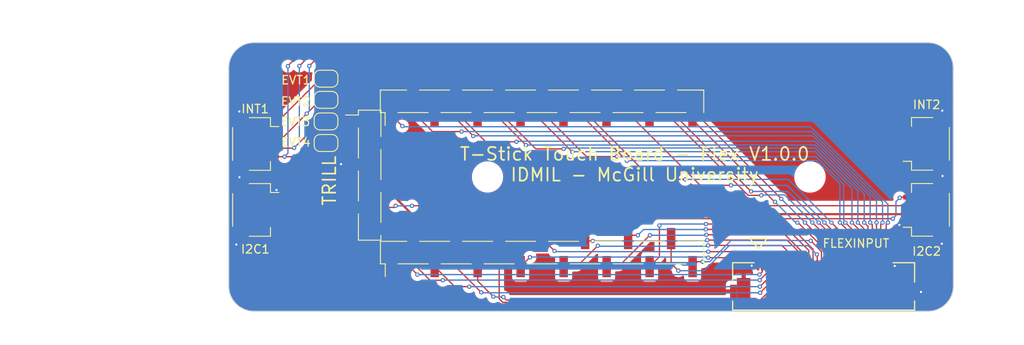
<source format=kicad_pcb>
(kicad_pcb (version 20221018) (generator pcbnew)
  (layers (0 "F.Cu" signal) (31 "B.Cu" signal) (34 "B.Paste" user) (35 "F.Paste" user) (36 "B.SilkS" user "B.Silkscreen") (37 "F.SilkS" user "F.Silkscreen") (38 "B.Mask" user) (39 "F.Mask" user) (44 "Edge.Cuts" user))
  (net 0 "")
  (net 1 "GND")
  (net 2 "/TOUCH0")
  (net 3 "/TOUCH1")
  (net 4 "/TOUCH2")
  (net 5 "/TOUCH3")
  (net 6 "/TOUCH4")
  (net 7 "/TOUCH5")
  (net 8 "/TOUCH6")
  (net 9 "/TOUCH7")
  (net 10 "/TOUCH8")
  (net 11 "/TOUCH9")
  (net 12 "/TOUCH10")
  (net 13 "/TOUCH11")
  (net 14 "/TOUCH12")
  (net 15 "/TOUCH13")
  (net 16 "/TOUCH14")
  (net 17 "/TOUCH15")
  (net 18 "/TOUCH16")
  (net 19 "/TOUCH17")
  (net 20 "/TOUCH18")
  (net 21 "/TOUCH19")
  (net 22 "/TOUCH20")
  (net 23 "/TOUCH21")
  (net 24 "/TOUCH22")
  (net 25 "/TOUCH23")
  (net 26 "/TOUCH24")
  (net 27 "/TOUCH25")
  (net 28 "/TOUCH26")
  (net 29 "/TOUCH27")
  (net 30 "/TOUCH28")
  (net 31 "/TOUCH29")
  (net 32 "/TRILL_EVT")
  (net 33 "/EVT1")
  (net 34 "/EVT2")
  (net 35 "/EVT3")
  (net 36 "/EVT4")
  (net 37 "+3V3")
  (net 38 "/SDA")
  (net 39 "/SCL")
  (footprint "Connector_JST:JST_SH_SM04B-SRSS-TB_1x04-1MP_P1.00mm_Horizontal" (layer "F.Cu") (at 135.7642 90.229 -90)
    (fp_text reference "INT1")
    (fp_text value "Conn_01x04")
  )
  (footprint "Jumper:SolderJumper-2_P1.3mm_Open_RoundedPad1.0x1.5mm" (layer "F.Cu") (at 144.1142 87.563 180)
    (fp_text reference "JP3" hide)
    (fp_text value "SolderJumper_2_Open" hide)
  )
  (footprint "Connector_JST:JST_SH_SM04B-SRSS-TB_1x04-1MP_P1.00mm_Horizontal" (layer "F.Cu") (at 215.0892 90.213 90)
    (fp_text reference "INT2")
    (fp_text value "Conn_01x04")
  )
  (footprint "Connector_PinHeader_2.54mm:PinHeader_1x06_P2.54mm_Vertical_SMD_Pin1Left" (layer "F.Cu") (at 149.27 93.9175)
    (fp_text reference "TOUCH3" hide)
    (fp_text value "Conn_01x06")
  )
  (footprint "molex-ffc-connectors:CON_541323262_MOL" (layer "F.Cu") (at 202.914184 107.06)
    (fp_text reference "J1" hide)
    (fp_text value "Conn_01x32")
  )
  (footprint "MountingHole:MountingHole_3.2mm_M3_DIN965" (layer "F.Cu") (at 201.3 94.125)
    (fp_text reference "H1" hide)
    (fp_text value "MountingHole" hide)
  )
  (footprint "Connector_PinHeader_2.54mm:PinHeader_1x15_P2.54mm_Vertical_SMD_Pin1Left" (layer "F.Cu") (at 169.655 103.0625 90)
    (fp_text reference "TOUCH1" hide)
    (fp_text value "Conn_01x15")
  )
  (footprint "Connector_PinHeader_2.54mm:PinHeader_1x15_P2.54mm_Vertical_SMD_Pin1Left" (layer "F.Cu") (at 169.64 85.1875 90)
    (fp_text reference "TOUCH2" hide)
    (fp_text value "Conn_01x15")
  )
  (footprint "Connector_JST:JST_SH_SM04B-SRSS-TB_1x04-1MP_P1.00mm_Horizontal" (layer "F.Cu") (at 215.0892 98.013 90)
    (fp_text reference "I2C2")
    (fp_text value "Conn_01x04")
  )
  (footprint "Jumper:SolderJumper-2_P1.3mm_Open_RoundedPad1.0x1.5mm" (layer "F.Cu") (at 144.1142 82.513 180)
    (fp_text reference "JP1" hide)
    (fp_text value "SolderJumper_2_Open" hide)
  )
  (footprint "Jumper:SolderJumper-2_P1.3mm_Open_RoundedPad1.0x1.5mm" (layer "F.Cu") (at 144.1142 90.113 180)
    (fp_text reference "JP4" hide)
    (fp_text value "SolderJumper_2_Open" hide)
  )
  (footprint "MountingHole:MountingHole_3.2mm_M3_DIN965" (layer "F.Cu") (at 163.2 94.125)
    (fp_text reference "H2" hide)
    (fp_text value "MountingHole")
  )
  (footprint "Connector_JST:JST_SH_SM04B-SRSS-TB_1x04-1MP_P1.00mm_Horizontal" (layer "F.Cu") (at 135.7642 98.021 -90)
    (fp_text reference "I2C1")
    (fp_text value "Conn_01x04")
  )
  (footprint "Jumper:SolderJumper-2_P1.3mm_Open_RoundedPad1.0x1.5mm" (layer "F.Cu") (at 144.1142 85.013 180)
    (fp_text reference "JP2" hide)
    (fp_text value "SolderJumper_2_Open" hide)
  )
  (gr_line (start 218.235001 81.249999) (end 218.25 107) (stroke (width 0.1)) (layer "Edge.Cuts"))
  (gr_line (start 215.25 110) (end 135.6142 110) (stroke (width 0.1)) (layer "Edge.Cuts"))
  (gr_line (start 132.6142 107) (end 132.6142 81.25) (stroke (width 0.1)) (layer "Edge.Cuts"))
  (gr_arc (start 135.6142 110) (mid 133.492879 109.121321) (end 132.6142 107) (stroke (width 0.1)) (layer "Edge.Cuts"))
  (gr_arc (start 215.235001 78.249999) (mid 217.356322 79.128678) (end 218.235001 81.249999) (stroke (width 0.1)) (layer "Edge.Cuts"))
  (gr_arc (start 218.25 107) (mid 217.37132 109.12132) (end 215.25 110) (stroke (width 0.1)) (layer "Edge.Cuts"))
  (gr_line (start 215.235001 78.249999) (end 135.6142 78.25) (stroke (width 0.1)) (layer "Edge.Cuts"))
  (gr_arc (start 132.6142 81.25) (mid 133.49288 79.12868) (end 135.6142 78.25) (stroke (width 0.1)) (layer "Edge.Cuts"))
  (gr_text "EVT1" (at 138.7392 83.263) (layer "F.SilkS") (effects (font (size 1 1)) (justify left bottom)))
  (gr_text "TRILL" (at 144.5142 94.563 90) (layer "F.SilkS") (effects (font (size 1.524 1.524) (thickness 0.2032))))
  (gr_text "EVT4" (at 138.7142 90.613) (layer "F.SilkS") (effects (font (size 1 1)) (justify left bottom)))
  (gr_text "EVT3" (at 138.6642 88.188) (layer "F.SilkS") (effects (font (size 1 1)) (justify left bottom)))
  (gr_text "EVT2" (at 138.6892 85.788) (layer "F.SilkS") (effects (font (size 1 1)) (justify left bottom)))
  (gr_text "FLEXINPUT" (at 206.7392 101.973) (layer "F.SilkS") (effects (font (size 1 1))))
  (gr_text "T-Stick Touch Board - Flex V1.0.0\nIDMIL - McGill University" (at 180.5892 92.638) (layer "F.SilkS") (effects (font (size 1.524 1.524) (thickness 0.2032))))
  (segment (start 193.464199 105.563001) (end 194.4142 104.613) (width 0.254) (layer "F.Cu") (net 1))
  (segment (start 194.465193 104.562007) (end 194.4142 104.613) (width 0.254) (layer "F.Cu") (net 1))
  (segment (start 137.7642 96.521) (end 137.7642 96.163) (width 0.254) (layer "F.Cu") (net 1))
  (segment (start 213.164184 107.2616) (end 213.564184 107.6616) (width 0.254) (layer "F.Cu") (net 1))
  (segment (start 213.0892 99.513) (end 212.1392 99.513) (width 0.254) (layer "F.Cu") (net 1))
  (segment (start 212.364169 107.2616) (end 213.164184 107.2616) (width 0.254) (layer "F.Cu") (net 1))
  (segment (start 145.9237 92.6475) (end 145.8892 92.613) (width 0.254) (layer "F.Cu") (net 1))
  (segment (start 216.9642 87.413) (end 216.9642 86.313) (width 0.254) (layer "F.Cu") (net 1))
  (segment (start 133.8892 86.413) (end 133.8642 86.388) (width 0.254) (layer "F.Cu") (net 1))
  (segment (start 133.8892 95.221) (end 133.8892 93.029) (width 0.254) (layer "F.Cu") (net 1))
  (segment (start 216.9642 101.938) (end 216.9642 100.275) (width 0.254) (layer "F.Cu") (net 1))
  (segment (start 216.9642 86.313) (end 216.9392 86.288) (width 0.254) (layer "F.Cu") (net 1))
  (segment (start 212.1392 99.513) (end 211.8642 99.788) (width 0.254) (layer "F.Cu") (net 1))
  (segment (start 216.9642 95.213) (end 216.9642 93.013) (width 0.254) (layer "F.Cu") (net 1))
  (segment (start 213.564184 107.6616) (end 214.3628 107.6616) (width 0.254) (layer "F.Cu") (net 1))
  (segment (start 133.8892 101.738) (end 133.5142 102.113) (width 0.254) (layer "F.Cu") (net 1))
  (segment (start 137.7642 96.163) (end 138.2642 95.663) (width 0.254) (layer "F.Cu") (net 1))
  (segment (start 133.8892 87.429) (end 133.8892 86.413) (width 0.254) (layer "F.Cu") (net 1))
  (segment (start 195.1642 104.562007) (end 194.465193 104.562007) (width 0.254) (layer "F.Cu") (net 1))
  (segment (start 193.464199 107.2616) (end 192.664184 107.2616) (width 0.254) (layer "F.Cu") (net 1))
  (segment (start 216.8892 102.013) (end 216.9642 101.938) (width 0.254) (layer "F.Cu") (net 1))
  (segment (start 211.238207 104.562007) (end 211.3142 104.638) (width 0.254) (layer "F.Cu") (net 1))
  (segment (start 193.464199 107.2616) (end 193.464199 105.563001) (width 0.254) (layer "F.Cu") (net 1))
  (segment (start 133.8892 100.821) (end 133.8892 101.738) (width 0.254) (layer "F.Cu") (net 1))
  (segment (start 210.664199 104.562007) (end 211.238207 104.562007) (width 0.254) (layer "F.Cu") (net 1))
  (segment (start 214.3628 107.6616) (end 214.4142 107.713) (width 0.254) (layer "F.Cu") (net 1))
  (segment (start 192.664184 107.2616) (end 192.264184 107.6616) (width 0.254) (layer "F.Cu") (net 1))
  (segment (start 147.615 92.6475) (end 145.9237 92.6475) (width 0.254) (layer "F.Cu") (net 1))
  (via (at 216.9392 86.288) (size 0.508) (drill 0.254) (layers "F.Cu" "B.Cu") (net 1))
  (via (at 133.5142 102.113) (size 0.508) (drill 0.254) (layers "F.Cu" "B.Cu") (net 1))
  (via (at 214.4142 107.713) (size 0.508) (drill 0.254) (layers "F.Cu" "B.Cu") (net 1))
  (via (at 145.8892 92.613) (size 0.508) (drill 0.254) (layers "F.Cu" "B.Cu") (net 1))
  (via (at 194.4142 104.613) (size 0.508) (drill 0.254) (layers "F.Cu" "B.Cu") (net 1))
  (via (at 133.8642 86.388) (size 0.508) (drill 0.254) (layers "F.Cu" "B.Cu") (net 1))
  (via (at 216.8892 102.013) (size 0.508) (drill 0.254) (layers "F.Cu" "B.Cu") (net 1))
  (via (at 216.9642 94.013) (size 0.508) (drill 0.254) (layers "F.Cu" "B.Cu") (net 1))
  (via (at 133.8892 94.163) (size 0.508) (drill 0.254) (layers "F.Cu" "B.Cu") (net 1))
  (via (at 211.8642 99.788) (size 0.508) (drill 0.254) (layers "F.Cu" "B.Cu") (net 1))
  (via (at 211.3142 104.638) (size 0.508) (drill 0.254) (layers "F.Cu" "B.Cu") (net 1))
  (via (at 138.2642 95.663) (size 0.508) (drill 0.254) (layers "F.Cu" "B.Cu") (net 1))
  (segment (start 195.664198 104.562007) (end 195.664198 105.338002) (width 0.1524) (layer "F.Cu") (net 2))
  (segment (start 195.664198 105.338002) (end 195.3392 105.663) (width 0.1524) (layer "F.Cu") (net 2))
  (segment (start 154.9142 105.663) (end 153.9687 104.7175) (width 0.1524) (layer "F.Cu") (net 2))
  (segment (start 153.9687 104.7175) (end 151.875 104.7175) (width 0.1524) (layer "F.Cu") (net 2))
  (via (at 154.9142 105.663) (size 0.508) (drill 0.254) (layers "F.Cu" "B.Cu") (net 2))
  (via (at 195.3392 105.663) (size 0.508) (drill 0.254) (layers "F.Cu" "B.Cu") (net 2))
  (segment (start 154.9142 105.663) (end 195.3392 105.663) (width 0.1524) (layer "B.Cu") (net 2))
  (segment (start 196.1642 104.562007) (end 196.1642 105.513) (width 0.1524) (layer "F.Cu") (net 3))
  (segment (start 157.9205 106.3317) (end 156.4038 106.3317) (width 0.1524) (layer "F.Cu") (net 3))
  (segment (start 156.4038 106.3317) (end 154.415 104.3429) (width 0.1524) (layer "F.Cu") (net 3))
  (segment (start 196.1642 105.513) (end 195.3642 106.313) (width 0.1524) (layer "F.Cu") (net 3))
  (segment (start 154.415 104.3429) (end 154.415 101.4075) (width 0.1524) (layer "F.Cu") (net 3))
  (via (at 195.3642 106.313) (size 0.508) (drill 0.254) (layers "F.Cu" "B.Cu") (net 3))
  (via (at 157.9205 106.3317) (size 0.508) (drill 0.254) (layers "F.Cu" "B.Cu") (net 3))
  (segment (start 157.9392 106.313) (end 195.3642 106.313) (width 0.1524) (layer "B.Cu") (net 3))
  (segment (start 157.9205 106.3317) (end 157.9392 106.313) (width 0.1524) (layer "B.Cu") (net 3))
  (segment (start 159.3255 107.088) (end 156.955 104.7175) (width 0.1524) (layer "F.Cu") (net 4))
  (segment (start 196.664199 104.562007) (end 196.664199 105.813001) (width 0.1524) (layer "F.Cu") (net 4))
  (segment (start 196.664199 105.813001) (end 195.3892 107.088) (width 0.1524) (layer "F.Cu") (net 4))
  (segment (start 161.0392 107.088) (end 159.3255 107.088) (width 0.1524) (layer "F.Cu") (net 4))
  (via (at 161.0392 107.088) (size 0.508) (drill 0.254) (layers "F.Cu" "B.Cu") (net 4))
  (via (at 195.3892 107.088) (size 0.508) (drill 0.254) (layers "F.Cu" "B.Cu") (net 4))
  (segment (start 161.0392 107.088) (end 195.3892 107.088) (width 0.1524) (layer "B.Cu") (net 4))
  (segment (start 197.164201 104.562007) (end 197.164201 106.062999) (width 0.1524) (layer "F.Cu") (net 5))
  (segment (start 197.164201 106.062999) (end 195.4142 107.813) (width 0.1524) (layer "F.Cu") (net 5))
  (segment (start 162.4596 107.7676) (end 159.495 104.803) (width 0.1524) (layer "F.Cu") (net 5))
  (segment (start 159.495 104.803) (end 159.495 101.4075) (width 0.1524) (layer "F.Cu") (net 5))
  (via (at 162.4596 107.7676) (size 0.508) (drill 0.254) (layers "F.Cu" "B.Cu") (net 5))
  (via (at 195.4142 107.813) (size 0.508) (drill 0.254) (layers "F.Cu" "B.Cu") (net 5))
  (segment (start 162.4596 107.7676) (end 162.505 107.813) (width 0.1524) (layer "B.Cu") (net 5))
  (segment (start 162.505 107.813) (end 195.4142 107.813) (width 0.1524) (layer "B.Cu") (net 5))
  (segment (start 165.0642 108.313) (end 165.418 108.6668) (width 0.1524) (layer "F.Cu") (net 6))
  (segment (start 195.4354 108.6668) (end 197.6642 106.438) (width 0.1524) (layer "F.Cu") (net 6))
  (segment (start 165.418 108.6668) (end 195.4354 108.6668) (width 0.1524) (layer "F.Cu") (net 6))
  (segment (start 163.8892 108.2717) (end 162.035 106.4175) (width 0.1524) (layer "F.Cu") (net 6))
  (segment (start 162.035 106.4175) (end 162.035 104.7175) (width 0.1524) (layer "F.Cu") (net 6))
  (segment (start 197.6642 106.438) (end 197.6642 104.562007) (width 0.1524) (layer "F.Cu") (net 6))
  (via (at 163.8892 108.2717) (size 0.508) (drill 0.254) (layers "F.Cu" "B.Cu") (net 6))
  (via (at 165.0642 108.313) (size 0.508) (drill 0.254) (layers "F.Cu" "B.Cu") (net 6))
  (segment (start 163.8892 108.2717) (end 163.9305 108.313) (width 0.1524) (layer "B.Cu") (net 6))
  (segment (start 163.9305 108.313) (end 165.0642 108.313) (width 0.1524) (layer "B.Cu") (net 6))
  (segment (start 164.9994 108.9482) (end 195.929 108.9482) (width 0.1524) (layer "F.Cu") (net 7))
  (segment (start 198.164199 106.713001) (end 198.164199 104.562007) (width 0.1524) (layer "F.Cu") (net 7))
  (segment (start 195.929 108.9482) (end 198.164199 106.713001) (width 0.1524) (layer "F.Cu") (net 7))
  (segment (start 164.575 108.5238) (end 164.9994 108.9482) (width 0.1524) (layer "F.Cu") (net 7))
  (segment (start 164.575 101.4075) (end 164.575 108.5238) (width 0.1524) (layer "F.Cu") (net 7))
  (segment (start 168.21685 103.61565) (end 167.115 104.7175) (width 0.1524) (layer "F.Cu") (net 8))
  (segment (start 189.2892 103.663) (end 198.425592 103.663) (width 0.1524) (layer "F.Cu") (net 8))
  (segment (start 198.6642 103.901608) (end 198.6642 104.562007) (width 0.1524) (layer "F.Cu") (net 8))
  (segment (start 198.425592 103.663) (end 198.6642 103.901608) (width 0.1524) (layer "F.Cu") (net 8))
  (via (at 168.21685 103.61565) (size 0.508) (drill 0.254) (layers "F.Cu" "B.Cu") (net 8))
  (via (at 189.2892 103.663) (size 0.508) (drill 0.254) (layers "F.Cu" "B.Cu") (net 8))
  (segment (start 168.2445 103.588) (end 189.2142 103.588) (width 0.1524) (layer "B.Cu") (net 8))
  (segment (start 168.2445 103.588) (end 168.21685 103.61565) (width 0.1524) (layer "B.Cu") (net 8))
  (segment (start 189.2892 103.663) (end 189.2142 103.588) (width 0.1524) (layer "B.Cu") (net 8))
  (segment (start 199.164199 103.901606) (end 199.164199 104.562007) (width 0.1524) (layer "F.Cu") (net 9))
  (segment (start 198.214642 102.952049) (end 199.164199 103.901606) (width 0.1524) (layer "F.Cu") (net 9))
  (segment (start 189.2892 102.952049) (end 198.214642 102.952049) (width 0.1524) (layer "F.Cu") (net 9))
  (segment (start 171.1152 102.8677) (end 169.655 101.4075) (width 0.1524) (layer "F.Cu") (net 9))
  (via (at 189.2892 102.952049) (size 0.508) (drill 0.254) (layers "F.Cu" "B.Cu") (net 9))
  (via (at 171.1152 102.8677) (size 0.508) (drill 0.254) (layers "F.Cu" "B.Cu") (net 9))
  (segment (start 189.2892 102.952049) (end 171.199549 102.952049) (width 0.1524) (layer "B.Cu") (net 9))
  (segment (start 171.199549 102.952049) (end 171.1152 102.8677) (width 0.1524) (layer "B.Cu") (net 9))
  (segment (start 199.664201 103.901609) (end 199.664201 104.562007) (width 0.1524) (layer "F.Cu") (net 10))
  (segment (start 197.975592 102.213) (end 199.664201 103.901609) (width 0.1524) (layer "F.Cu") (net 10))
  (segment (start 189.2642 102.213) (end 197.975592 102.213) (width 0.1524) (layer "F.Cu") (net 10))
  (segment (start 173.7597 104.7175) (end 172.195 104.7175) (width 0.1524) (layer "F.Cu") (net 10))
  (segment (start 176.2267 102.2505) (end 173.7597 104.7175) (width 0.1524) (layer "F.Cu") (net 10))
  (via (at 189.2642 102.213) (size 0.508) (drill 0.254) (layers "F.Cu" "B.Cu") (net 10))
  (via (at 176.2267 102.2505) (size 0.508) (drill 0.254) (layers "F.Cu" "B.Cu") (net 10))
  (segment (start 189.2642 102.213) (end 189.1642 102.313) (width 0.1524) (layer "B.Cu") (net 10))
  (segment (start 189.1642 102.313) (end 176.2892 102.313) (width 0.1524) (layer "B.Cu") (net 10))
  (segment (start 176.2892 102.313) (end 176.2267 102.2505) (width 0.1524) (layer "B.Cu") (net 10))
  (segment (start 175.6392 101.688) (end 175.0155 101.688) (width 0.1524) (layer "F.Cu") (net 11))
  (segment (start 189.163639 101.584491) (end 198.585691 101.584491) (width 0.1524) (layer "F.Cu") (net 11))
  (segment (start 175.0155 101.688) (end 174.735 101.4075) (width 0.1524) (layer "F.Cu") (net 11))
  (segment (start 198.585691 101.584491) (end 200.1642 103.163) (width 0.1524) (layer "F.Cu") (net 11))
  (segment (start 200.1642 103.163) (end 200.1642 104.562007) (width 0.1524) (layer "F.Cu") (net 11))
  (via (at 175.6392 101.688) (size 0.508) (drill 0.254) (layers "F.Cu" "B.Cu") (net 11))
  (via (at 189.163639 101.584491) (size 0.508) (drill 0.254) (layers "F.Cu" "B.Cu") (net 11))
  (segment (start 189.163639 101.584491) (end 189.06013 101.688) (width 0.1524) (layer "B.Cu") (net 11))
  (segment (start 189.06013 101.688) (end 175.6392 101.688) (width 0.1524) (layer "B.Cu") (net 11))
  (segment (start 177.275 104.7175) (end 178.0847 104.7175) (width 0.1524) (layer "F.Cu") (net 12))
  (segment (start 189.054527 100.957411) (end 198.356571 100.957411) (width 0.1524) (layer "F.Cu") (net 12))
  (segment (start 178.0847 104.7175) (end 178.1142 104.688) (width 0.1524) (layer "F.Cu") (net 12))
  (segment (start 200.664199 103.265039) (end 200.664199 104.562007) (width 0.1524) (layer "F.Cu") (net 12))
  (segment (start 198.356571 100.957411) (end 200.664199 103.265039) (width 0.1524) (layer "F.Cu") (net 12))
  (segment (start 182.3892 101.013) (end 182.3749 101.013) (width 0.1524) (layer "F.Cu") (net 12))
  (segment (start 182.3749 101.013) (end 178.6999 104.688) (width 0.1524) (layer "F.Cu") (net 12))
  (segment (start 178.6999 104.688) (end 178.1142 104.688) (width 0.1524) (layer "F.Cu") (net 12))
  (via (at 182.3892 101.013) (size 0.508) (drill 0.254) (layers "F.Cu" "B.Cu") (net 12))
  (via (at 189.054527 100.957411) (size 0.508) (drill 0.254) (layers "F.Cu" "B.Cu") (net 12))
  (segment (start 182.3892 101.013) (end 188.998938 101.013) (width 0.1524) (layer "B.Cu") (net 12))
  (segment (start 188.998938 101.013) (end 189.054527 100.957411) (width 0.1524) (layer "B.Cu") (net 12))
  (segment (start 180.2095 101.013) (end 179.815 101.4075) (width 0.1524) (layer "F.Cu") (net 13))
  (segment (start 198.675619 100.324419) (end 201.1642 102.813) (width 0.1524) (layer "F.Cu") (net 13))
  (segment (start 188.987767 100.324419) (end 198.675619 100.324419) (width 0.1524) (layer "F.Cu") (net 13))
  (segment (start 201.1642 102.813) (end 201.1642 104.562007) (width 0.1524) (layer "F.Cu") (net 13))
  (segment (start 180.9642 101.013) (end 180.2095 101.013) (width 0.1524) (layer "F.Cu") (net 13))
  (via (at 188.987767 100.324419) (size 0.508) (drill 0.254) (layers "F.Cu" "B.Cu") (net 13))
  (via (at 180.9642 101.013) (size 0.508) (drill 0.254) (layers "F.Cu" "B.Cu") (net 13))
  (segment (start 181.6392 100.338) (end 180.9642 101.013) (width 0.1524) (layer "B.Cu") (net 13))
  (segment (start 188.987767 100.324419) (end 188.974186 100.338) (width 0.1524) (layer "B.Cu") (net 13))
  (segment (start 188.974186 100.338) (end 181.6392 100.338) (width 0.1524) (layer "B.Cu") (net 13))
  (segment (start 183.5142 99.863) (end 183.5142 103.5583) (width 0.1524) (layer "F.Cu") (net 14))
  (segment (start 201.664199 102.663592) (end 201.664199 104.562007) (width 0.1524) (layer "F.Cu") (net 14))
  (segment (start 198.689169 99.688562) (end 201.664199 102.663592) (width 0.1524) (layer "F.Cu") (net 14))
  (segment (start 189.016428 99.688562) (end 198.689169 99.688562) (width 0.1524) (layer "F.Cu") (net 14))
  (segment (start 183.5142 103.5583) (end 182.355 104.7175) (width 0.1524) (layer "F.Cu") (net 14))
  (via (at 183.5142 99.863) (size 0.508) (drill 0.254) (layers "F.Cu" "B.Cu") (net 14))
  (via (at 189.016428 99.688562) (size 0.508) (drill 0.254) (layers "F.Cu" "B.Cu") (net 14))
  (segment (start 189.015866 99.688) (end 183.6892 99.688) (width 0.1524) (layer "B.Cu") (net 14))
  (segment (start 183.6892 99.688) (end 183.5142 99.863) (width 0.1524) (layer "B.Cu") (net 14))
  (segment (start 189.016428 99.688562) (end 189.015866 99.688) (width 0.1524) (layer "B.Cu") (net 14))
  (segment (start 184.895 104.3438) (end 184.895 101.4075) (width 0.1524) (layer "F.Cu") (net 15))
  (segment (start 202.164201 103.325705) (end 202.164201 104.562007) (width 0.1524) (layer "F.Cu") (net 15))
  (segment (start 202.122899 103.284403) (end 202.164201 103.325705) (width 0.1524) (layer "F.Cu") (net 15))
  (segment (start 185.755 105.2038) (end 184.895 104.3438) (width 0.1524) (layer "F.Cu") (net 15))
  (via (at 185.755 105.2038) (size 0.508) (drill 0.254) (layers "F.Cu" "B.Cu") (net 15))
  (via (at 202.122899 103.284403) (size 0.508) (drill 0.254) (layers "F.Cu" "B.Cu") (net 15))
  (segment (start 188.795767 105.2038) (end 191.755167 102.2444) (width 0.1524) (layer "B.Cu") (net 15))
  (segment (start 201.082896 102.2444) (end 202.122899 103.284403) (width 0.1524) (layer "B.Cu") (net 15))
  (segment (start 191.755167 102.2444) (end 201.082896 102.2444) (width 0.1524) (layer "B.Cu") (net 15))
  (segment (start 185.755 105.2038) (end 188.795767 105.2038) (width 0.1524) (layer "B.Cu") (net 15))
  (segment (start 188.6142 104.138) (end 188.0145 104.138) (width 0.1524) (layer "F.Cu") (net 16))
  (segment (start 202.6642 102.937294) (end 202.6642 104.562007) (width 0.1524) (layer "F.Cu") (net 16))
  (segment (start 188.0145 104.138) (end 187.435 104.7175) (width 0.1524) (layer "F.Cu") (net 16))
  (segment (start 201.402053 101.675147) (end 202.6642 102.937294) (width 0.1524) (layer "F.Cu") (net 16))
  (via (at 201.402053 101.675147) (size 0.508) (drill 0.254) (layers "F.Cu" "B.Cu") (net 16))
  (via (at 188.6142 104.138) (size 0.508) (drill 0.254) (layers "F.Cu" "B.Cu") (net 16))
  (segment (start 189.463607 104.138) (end 188.6142 104.138) (width 0.1524) (layer "B.Cu") (net 16))
  (segment (start 201.364906 101.638) (end 191.963607 101.638) (width 0.1524) (layer "B.Cu") (net 16))
  (segment (start 201.402053 101.675147) (end 201.364906 101.638) (width 0.1524) (layer "B.Cu") (net 16))
  (segment (start 191.963607 101.638) (end 189.463607 104.138) (width 0.1524) (layer "B.Cu") (net 16))
  (segment (start 199.892207 99.5166) (end 203.164199 102.788592) (width 0.1524) (layer "F.Cu") (net 17))
  (segment (start 203.164199 102.788592) (end 203.164199 104.562007) (width 0.1524) (layer "F.Cu") (net 17))
  (segment (start 199.8142 99.5166) (end 199.892207 99.5166) (width 0.1524) (layer "F.Cu") (net 17))
  (segment (start 197.1175 97.0663) (end 187.42 87.3688) (width 0.1524) (layer "F.Cu") (net 17))
  (segment (start 187.42 87.3688) (end 187.42 86.8425) (width 0.1524) (layer "F.Cu") (net 17))
  (segment (start 197.1642 97.0663) (end 197.1175 97.0663) (width 0.1524) (layer "F.Cu") (net 17))
  (via (at 199.8142 99.5166) (size 0.508) (drill 0.254) (layers "F.Cu" "B.Cu") (net 17))
  (via (at 197.1642 97.0663) (size 0.508) (drill 0.254) (layers "F.Cu" "B.Cu") (net 17))
  (segment (start 199.6145 99.5166) (end 197.1642 97.0663) (width 0.1524) (layer "B.Cu") (net 17))
  (segment (start 199.8142 99.5166) (end 199.6145 99.5166) (width 0.1524) (layer "B.Cu") (net 17))
  (segment (start 188.3892 85.6463) (end 186.2754 83.5325) (width 0.1524) (layer "F.Cu") (net 18))
  (segment (start 188.3892 87.188) (end 188.3892 85.6463) (width 0.1524) (layer "F.Cu") (net 18))
  (segment (start 197.9142 96.713) (end 188.3892 87.188) (width 0.1524) (layer "F.Cu") (net 18))
  (segment (start 203.6642 104.562007) (end 203.6642 102.4666) (width 0.1524) (layer "F.Cu") (net 18))
  (segment (start 203.6642 102.4666) (end 200.7142 99.5166) (width 0.1524) (layer "F.Cu") (net 18))
  (segment (start 186.2754 83.5325) (end 184.88 83.5325) (width 0.1524) (layer "F.Cu") (net 18))
  (via (at 200.7142 99.5166) (size 0.508) (drill 0.254) (layers "F.Cu" "B.Cu") (net 18))
  (via (at 197.9142 96.713) (size 0.508) (drill 0.254) (layers "F.Cu" "B.Cu") (net 18))
  (segment (start 200.7142 99.513) (end 197.9142 96.713) (width 0.1524) (layer "B.Cu") (net 18))
  (segment (start 200.7142 99.5166) (end 200.7142 99.513) (width 0.1524) (layer "B.Cu") (net 18))
  (segment (start 204.164199 104.562007) (end 204.164199 102.091599) (width 0.1524) (layer "F.Cu") (net 19))
  (segment (start 193.9979 96.2967) (end 184.5437 86.8425) (width 0.1524) (layer "F.Cu") (net 19))
  (segment (start 184.5437 86.8425) (end 182.34 86.8425) (width 0.1524) (layer "F.Cu") (net 19))
  (segment (start 204.164199 102.091599) (end 201.5892 99.5166) (width 0.1524) (layer "F.Cu") (net 19))
  (segment (start 195.55235 96.2967) (end 193.9979 96.2967) (width 0.1524) (layer "F.Cu") (net 19))
  (via (at 195.55235 96.2967) (size 0.508) (drill 0.254) (layers "F.Cu" "B.Cu") (net 19))
  (via (at 201.5892 99.5166) (size 0.508) (drill 0.254) (layers "F.Cu" "B.Cu") (net 19))
  (segment (start 195.59525 96.2538) (end 198.3264 96.2538) (width 0.1524) (layer "B.Cu") (net 19))
  (segment (start 198.3264 96.2538) (end 201.5892 99.5166) (width 0.1524) (layer "B.Cu") (net 19))
  (segment (start 195.55235 96.2967) (end 195.59525 96.2538) (width 0.1524) (layer "B.Cu") (net 19))
  (segment (start 194.3392 95.838) (end 182.0337 83.5325) (width 0.1524) (layer "F.Cu") (net 20))
  (segment (start 182.0337 83.5325) (end 179.8 83.5325) (width 0.1524) (layer "F.Cu") (net 20))
  (segment (start 204.664201 104.562007) (end 204.664201 101.841601) (width 0.1524) (layer "F.Cu") (net 20))
  (segment (start 204.664201 101.841601) (end 202.3392 99.5166) (width 0.1524) (layer "F.Cu") (net 20))
  (via (at 194.3392 95.838) (size 0.508) (drill 0.254) (layers "F.Cu" "B.Cu") (net 20))
  (via (at 202.3392 99.5166) (size 0.508) (drill 0.254) (layers "F.Cu" "B.Cu") (net 20))
  (segment (start 202.3392 99.5166) (end 198.6606 95.838) (width 0.1524) (layer "B.Cu") (net 20))
  (segment (start 198.6606 95.838) (end 194.3392 95.838) (width 0.1524) (layer "B.Cu") (net 20))
  (segment (start 180.0687 86.8425) (end 177.26 86.8425) (width 0.1524) (layer "F.Cu") (net 21))
  (segment (start 205.1642 104.562007) (end 205.1642 101.6666) (width 0.1524) (layer "F.Cu") (net 21))
  (segment (start 191.9642 95.113) (end 188.3392 95.113) (width 0.1524) (layer "F.Cu") (net 21))
  (segment (start 205.1642 101.6666) (end 203.0142 99.5166) (width 0.1524) (layer "F.Cu") (net 21))
  (segment (start 188.3392 95.113) (end 180.0687 86.8425) (width 0.1524) (layer "F.Cu") (net 21))
  (via (at 203.0142 99.5166) (size 0.508) (drill 0.254) (layers "F.Cu" "B.Cu") (net 21))
  (via (at 191.9642 95.113) (size 0.508) (drill 0.254) (layers "F.Cu" "B.Cu") (net 21))
  (segment (start 198.6106 95.113) (end 203.0142 99.5166) (width 0.1524) (layer "B.Cu") (net 21))
  (segment (start 191.9642 95.113) (end 198.6106 95.113) (width 0.1524) (layer "B.Cu") (net 21))
  (segment (start 186.5642 94.413) (end 182.6651 94.413) (width 0.1524) (layer "F.Cu") (net 22))
  (segment (start 174.72 86.4679) (end 174.72 83.5325) (width 0.1524) (layer "F.Cu") (net 22))
  (segment (start 205.664199 101.341599) (end 203.8392 99.5166) (width 0.1524) (layer "F.Cu") (net 22))
  (segment (start 182.6651 94.413) (end 174.72 86.4679) (width 0.1524) (layer "F.Cu") (net 22))
  (segment (start 205.664199 104.562007) (end 205.664199 101.341599) (width 0.1524) (layer "F.Cu") (net 22))
  (via (at 203.8392 99.5166) (size 0.508) (drill 0.254) (layers "F.Cu" "B.Cu") (net 22))
  (via (at 186.5642 94.413) (size 0.508) (drill 0.254) (layers "F.Cu" "B.Cu") (net 22))
  (segment (start 198.7356 94.413) (end 186.5642 94.413) (width 0.1524) (layer "B.Cu") (net 22))
  (segment (start 203.8392 99.5166) (end 198.7356 94.413) (width 0.1524) (layer "B.Cu") (net 22))
  (segment (start 179.6642 92.213) (end 174.2937 86.8425) (width 0.1524) (layer "F.Cu") (net 23))
  (segment (start 174.2937 86.8425) (end 172.18 86.8425) (width 0.1524) (layer "F.Cu") (net 23))
  (segment (start 206.1642 100.8416) (end 204.8392 99.5166) (width 0.1524) (layer "F.Cu") (net 23))
  (segment (start 206.1642 104.562007) (end 206.1642 100.8416) (width 0.1524) (layer "F.Cu") (net 23))
  (via (at 204.8392 99.5166) (size 0.508) (drill 0.254) (layers "F.Cu" "B.Cu") (net 23))
  (via (at 179.6642 92.213) (size 0.508) (drill 0.254) (layers "F.Cu" "B.Cu") (net 23))
  (segment (start 179.6824 92.1948) (end 179.6642 92.213) (width 0.1524) (layer "B.Cu") (net 23))
  (segment (start 202.099515 92.1948) (end 179.6824 92.1948) (width 0.1524) (layer "B.Cu") (net 23))
  (segment (start 204.8392 99.5166) (end 204.8392 94.934485) (width 0.1524) (layer "B.Cu") (net 23))
  (segment (start 204.8392 94.934485) (end 202.099515 92.1948) (width 0.1524) (layer "B.Cu") (net 23))
  (segment (start 205.4892 99.5166) (end 206.664199 100.691599) (width 0.1524) (layer "F.Cu") (net 24))
  (segment (start 169.64 86.4679) (end 169.64 83.5325) (width 0.1524) (layer "F.Cu") (net 24))
  (segment (start 174.8851 91.713) (end 169.64 86.4679) (width 0.1524) (layer "F.Cu") (net 24))
  (segment (start 178.48985 91.68735) (end 178.4642 91.713) (width 0.1524) (layer "F.Cu") (net 24))
  (segment (start 178.4642 91.713) (end 174.8851 91.713) (width 0.1524) (layer "F.Cu") (net 24))
  (segment (start 206.664199 100.691599) (end 206.664199 104.562007) (width 0.1524) (layer "F.Cu") (net 24))
  (via (at 178.48985 91.68735) (size 0.508) (drill 0.254) (layers "F.Cu" "B.Cu") (net 24))
  (via (at 205.4892 99.5166) (size 0.508) (drill 0.254) (layers "F.Cu" "B.Cu") (net 24))
  (segment (start 202.040675 91.738) (end 205.2984 94.995725) (width 0.1524) (layer "B.Cu") (net 24))
  (segment (start 205.2984 94.995725) (end 205.2984 99.7074) (width 0.1524) (layer "B.Cu") (net 24))
  (segment (start 205.2984 99.7074) (end 205.4892 99.5166) (width 0.1524) (layer "B.Cu") (net 24))
  (segment (start 178.48985 91.68735) (end 178.5405 91.738) (width 0.1524) (layer "B.Cu") (net 24))
  (segment (start 178.5405 91.738) (end 202.040675 91.738) (width 0.1524) (layer "B.Cu") (net 24))
  (segment (start 167.1 86.8425) (end 168.8937 86.8425) (width 0.1524) (layer "F.Cu") (net 25))
  (segment (start 207.164201 100.416601) (end 206.2642 99.5166) (width 0.1524) (layer "F.Cu") (net 25))
  (segment (start 207.164201 104.562007) (end 207.164201 100.416601) (width 0.1524) (layer "F.Cu") (net 25))
  (segment (start 168.8937 86.8425) (end 173.2142 91.163) (width 0.1524) (layer "F.Cu") (net 25))
  (via (at 206.2642 99.5166) (size 0.508) (drill 0.254) (layers "F.Cu" "B.Cu") (net 25))
  (via (at 173.2142 91.163) (size 0.508) (drill 0.254) (layers "F.Cu" "B.Cu") (net 25))
  (segment (start 173.2392 91.138) (end 201.9142 91.138) (width 0.1524) (layer "B.Cu") (net 25))
  (segment (start 173.2142 91.163) (end 173.2392 91.138) (width 0.1524) (layer "B.Cu") (net 25))
  (segment (start 206.2642 95.488) (end 206.2642 99.5166) (width 0.1524) (layer "B.Cu") (net 25))
  (segment (start 201.9142 91.138) (end 206.2642 95.488) (width 0.1524) (layer "B.Cu") (net 25))
  (segment (start 164.56 83.5325) (end 164.56 86.4679) (width 0.1524) (layer "F.Cu") (net 26))
  (segment (start 164.56 86.4679) (end 168.9051 90.813) (width 0.1524) (layer "F.Cu") (net 26))
  (segment (start 168.9051 90.813) (end 172.1892 90.813) (width 0.1524) (layer "F.Cu") (net 26))
  (segment (start 207.6642 100.2166) (end 207.6642 104.562007) (width 0.1524) (layer "F.Cu") (net 26))
  (segment (start 206.9642 99.5166) (end 207.6642 100.2166) (width 0.1524) (layer "F.Cu") (net 26))
  (via (at 172.1892 90.813) (size 0.508) (drill 0.254) (layers "F.Cu" "B.Cu") (net 26))
  (via (at 206.9642 99.5166) (size 0.508) (drill 0.254) (layers "F.Cu" "B.Cu") (net 26))
  (segment (start 206.9642 95.79004) (end 206.9642 99.5166) (width 0.1524) (layer "B.Cu") (net 26))
  (segment (start 201.87796 90.7038) (end 206.9642 95.79004) (width 0.1524) (layer "B.Cu") (net 26))
  (segment (start 172.1892 90.813) (end 172.2984 90.7038) (width 0.1524) (layer "B.Cu") (net 26))
  (segment (start 172.2984 90.7038) (end 201.87796 90.7038) (width 0.1524) (layer "B.Cu") (net 26))
  (segment (start 208.164199 104.562007) (end 208.164199 99.966599) (width 0.1524) (layer "F.Cu") (net 27))
  (segment (start 167.7392 90.363) (end 164.2187 86.8425) (width 0.1524) (layer "F.Cu") (net 27))
  (segment (start 208.164199 99.966599) (end 207.7142 99.5166) (width 0.1524) (layer "F.Cu") (net 27))
  (segment (start 164.2187 86.8425) (end 162.02 86.8425) (width 0.1524) (layer "F.Cu") (net 27))
  (via (at 167.7392 90.363) (size 0.508) (drill 0.254) (layers "F.Cu" "B.Cu") (net 27))
  (via (at 207.7142 99.5166) (size 0.508) (drill 0.254) (layers "F.Cu" "B.Cu") (net 27))
  (segment (start 207.7142 96.14208) (end 201.92592 90.3538) (width 0.1524) (layer "B.Cu") (net 27))
  (segment (start 167.7484 90.3538) (end 167.7392 90.363) (width 0.1524) (layer "B.Cu") (net 27))
  (segment (start 207.7142 99.5166) (end 207.7142 96.14208) (width 0.1524) (layer "B.Cu") (net 27))
  (segment (start 201.92592 90.3538) (end 167.7484 90.3538) (width 0.1524) (layer "B.Cu") (net 27))
  (segment (start 208.6642 104.562007) (end 208.6642 99.7666) (width 0.1524) (layer "F.Cu") (net 28))
  (segment (start 166.6142 89.963) (end 162.9751 89.963) (width 0.1524) (layer "F.Cu") (net 28))
  (segment (start 162.9751 89.963) (end 159.48 86.4679) (width 0.1524) (layer "F.Cu") (net 28))
  (segment (start 208.6642 99.7666) (end 208.4142 99.5166) (width 0.1524) (layer "F.Cu") (net 28))
  (segment (start 159.48 86.4679) (end 159.48 83.5325) (width 0.1524) (layer "F.Cu") (net 28))
  (via (at 166.6142 89.963) (size 0.508) (drill 0.254) (layers "F.Cu" "B.Cu") (net 28))
  (via (at 208.4142 99.5166) (size 0.508) (drill 0.254) (layers "F.Cu" "B.Cu") (net 28))
  (segment (start 208.4142 96.44412) (end 201.87388 89.9038) (width 0.1524) (layer "B.Cu") (net 28))
  (segment (start 208.4142 99.5166) (end 208.4142 96.44412) (width 0.1524) (layer "B.Cu") (net 28))
  (segment (start 201.87388 89.9038) (end 166.6734 89.9038) (width 0.1524) (layer "B.Cu") (net 28))
  (segment (start 166.6734 89.9038) (end 166.6142 89.963) (width 0.1524) (layer "B.Cu") (net 28))
  (segment (start 161.5142 89.288) (end 159.0687 86.8425) (width 0.1524) (layer "F.Cu") (net 29))
  (segment (start 159.0687 86.8425) (end 156.94 86.8425) (width 0.1524) (layer "F.Cu") (net 29))
  (segment (start 209.164199 99.516601) (end 209.164199 104.562007) (width 0.1524) (layer "F.Cu") (net 29))
  (segment (start 209.1642 99.5166) (end 209.164199 99.516601) (width 0.1524) (layer "F.Cu") (net 29))
  (via (at 209.1642 99.5166) (size 0.508) (drill 0.254) (layers "F.Cu" "B.Cu") (net 29))
  (via (at 161.5142 89.288) (size 0.508) (drill 0.254) (layers "F.Cu" "B.Cu") (net 29))
  (segment (start 161.5392 89.263) (end 161.5142 89.288) (width 0.1524) (layer "B.Cu") (net 29))
  (segment (start 201.63104 89.263) (end 161.5392 89.263) (width 0.1524) (layer "B.Cu") (net 29))
  (segment (start 209.1642 96.79616) (end 201.63104 89.263) (width 0.1524) (layer "B.Cu") (net 29))
  (segment (start 209.1642 99.5166) (end 209.1642 96.79616) (width 0.1524) (layer "B.Cu") (net 29))
  (segment (start 209.664201 99.730096) (end 209.664201 104.562007) (width 0.1524) (layer "F.Cu") (net 30))
  (segment (start 156.6951 88.763) (end 160.1392 88.763) (width 0.1524) (layer "F.Cu") (net 30))
  (segment (start 154.4 83.5325) (end 154.4 86.4679) (width 0.1524) (layer "F.Cu") (net 30))
  (segment (start 209.877697 99.5166) (end 209.664201 99.730096) (width 0.1524) (layer "F.Cu") (net 30))
  (segment (start 154.4 86.4679) (end 156.6951 88.763) (width 0.1524) (layer "F.Cu") (net 30))
  (via (at 209.877697 99.5166) (size 0.508) (drill 0.254) (layers "F.Cu" "B.Cu") (net 30))
  (via (at 160.1392 88.763) (size 0.508) (drill 0.254) (layers "F.Cu" "B.Cu") (net 30))
  (segment (start 209.877697 97.111697) (end 201.529 88.763) (width 0.1524) (layer "B.Cu") (net 30))
  (segment (start 201.529 88.763) (end 160.1392 88.763) (width 0.1524) (layer "B.Cu") (net 30))
  (segment (start 209.877697 99.5166) (end 209.877697 97.111697) (width 0.1524) (layer "B.Cu") (net 30))
  (segment (start 153.1305 88.113) (end 151.86 86.8425) (width 0.1524) (layer "F.Cu") (net 31))
  (segment (start 210.3142 99.7166) (end 210.3142 103.756807) (width 0.1524) (layer "F.Cu") (net 31))
  (segment (start 210.1642 103.906807) (end 210.1642 104.562007) (width 0.1524) (layer "F.Cu") (net 31))
  (segment (start 210.3142 103.756807) (end 210.1642 103.906807) (width 0.1524) (layer "F.Cu") (net 31))
  (segment (start 210.5142 99.5166) (end 210.3142 99.7166) (width 0.1524) (layer "F.Cu") (net 31))
  (segment (start 153.1392 88.113) (end 153.1305 88.113) (width 0.1524) (layer "F.Cu") (net 31))
  (via (at 153.1392 88.113) (size 0.508) (drill 0.254) (layers "F.Cu" "B.Cu") (net 31))
  (via (at 210.5142 99.5166) (size 0.508) (drill 0.254) (layers "F.Cu" "B.Cu") (net 31))
  (segment (start 210.5142 99.5166) (end 210.5142 97.35024) (width 0.1524) (layer "B.Cu") (net 31))
  (segment (start 210.5142 97.35024) (end 201.35196 88.188) (width 0.1524) (layer "B.Cu") (net 31))
  (segment (start 201.35196 88.188) (end 153.2142 88.188) (width 0.1524) (layer "B.Cu") (net 31))
  (segment (start 153.2142 88.188) (end 153.1392 88.113) (width 0.1524) (layer "B.Cu") (net 31))
  (segment (start 150.925 90.1075) (end 144.7697 90.1075) (width 0.1524) (layer "F.Cu") (net 32))
  (segment (start 144.7642 90.113) (end 144.7642 82.5255) (width 0.1524) (layer "F.Cu") (net 32))
  (segment (start 144.7697 90.1075) (end 144.7642 90.113) (width 0.1524) (layer "F.Cu") (net 32))
  (segment (start 137.7642 88.213) (end 137.7642 88.729) (width 0.1524) (layer "F.Cu") (net 33))
  (segment (start 213.0772 91.725) (end 213.0892 91.713) (width 0.1524) (layer "F.Cu") (net 33))
  (segment (start 144.249002 81.488) (end 143.4642 82.272802) (width 0.1524) (layer "F.Cu") (net 33))
  (segment (start 207.9012 91.725) (end 197.6642 81.488) (width 0.1524) (layer "F.Cu") (net 33))
  (segment (start 143.4642 82.513) (end 137.7642 88.213) (width 0.1524) (layer "F.Cu") (net 33))
  (segment (start 197.6642 81.488) (end 144.249002 81.488) (width 0.1524) (layer "F.Cu") (net 33))
  (segment (start 207.9012 91.725) (end 213.0772 91.725) (width 0.1524) (layer "F.Cu") (net 33))
  (segment (start 143.4642 82.272802) (end 143.4642 82.513) (width 0.1524) (layer "F.Cu") (net 33))
  (segment (start 142.7264 80.4258) (end 197.552 80.4258) (width 0.1524) (layer "F.Cu") (net 34))
  (segment (start 138.7482 89.729) (end 137.7642 89.729) (width 0.1524) (layer "F.Cu") (net 34))
  (segment (start 142.1392 81.013) (end 142.7264 80.4258) (width 0.1524) (layer "F.Cu") (net 34))
  (segment (start 141.8392 86.638) (end 138.7482 89.729) (width 0.1524) (layer "F.Cu") (net 34))
  (segment (start 197.552 80.4258) (end 207.8512 90.725) (width 0.1524) (layer "F.Cu") (net 34))
  (segment (start 207.8512 90.725) (end 213.0772 90.725) (width 0.1524) (layer "F.Cu") (net 34))
  (segment (start 213.0772 90.725) (end 213.0892 90.713) (width 0.1524) (layer "F.Cu") (net 34))
  (segment (start 141.8392 86.638) (end 143.4642 85.013) (width 0.1524) (layer "F.Cu") (net 34))
  (via (at 141.8392 86.638) (size 0.508) (drill 0.254) (layers "F.Cu" "B.Cu") (net 34))
  (via (at 142.1392 81.013) (size 0.508) (drill 0.254) (layers "F.Cu" "B.Cu") (net 34))
  (segment (start 142.1392 81.013) (end 142.1392 86.338) (width 0.1524) (layer "B.Cu") (net 34))
  (segment (start 142.1392 86.338) (end 141.8392 86.638) (width 0.1524) (layer "B.Cu") (net 34))
  (segment (start 213.0772 89.725) (end 213.0892 89.713) (width 0.1524) (layer "F.Cu") (net 35))
  (segment (start 137.7642 90.729) (end 140.2982 90.729) (width 0.1524) (layer "F.Cu") (net 35))
  (segment (start 140.9642 81.013) (end 141.8328 80.1444) (width 0.1524) (layer "F.Cu") (net 35))
  (segment (start 140.3392 90.688) (end 143.4642 87.563) (width 0.1524) (layer "F.Cu") (net 35))
  (segment (start 208.0012 89.725) (end 213.0772 89.725) (width 0.1524) (layer "F.Cu") (net 35))
  (segment (start 141.8328 80.1444) (end 198.4206 80.1444) (width 0.1524) (layer "F.Cu") (net 35))
  (segment (start 140.2982 90.729) (end 140.3392 90.688) (width 0.1524) (layer "F.Cu") (net 35))
  (segment (start 198.4206 80.1444) (end 208.0012 89.725) (width 0.1524) (layer "F.Cu") (net 35))
  (via (at 140.9642 81.013) (size 0.508) (drill 0.254) (layers "F.Cu" "B.Cu") (net 35))
  (via (at 140.3392 90.688) (size 0.508) (drill 0.254) (layers "F.Cu" "B.Cu") (net 35))
  (segment (start 140.9642 81.013) (end 140.9642 90.063) (width 0.1524) (layer "B.Cu") (net 35))
  (segment (start 140.9642 90.063) (end 140.3392 90.688) (width 0.1524) (layer "B.Cu") (net 35))
  (segment (start 207.9262 88.725) (end 213.0772 88.725) (width 0.1524) (layer "F.Cu") (net 36))
  (segment (start 141.8482 91.729) (end 143.4642 90.113) (width 0.1524) (layer "F.Cu") (net 36))
  (segment (start 199.0642 79.863) (end 207.9262 88.725) (width 0.1524) (layer "F.Cu") (net 36))
  (segment (start 139.6142 81.038) (end 139.6142 80.988) (width 0.1524) (layer "F.Cu") (net 36))
  (segment (start 213.0772 88.725) (end 213.0892 88.713) (width 0.1524) (layer "F.Cu") (net 36))
  (segment (start 139.6142 80.988) (end 140.7392 79.863) (width 0.1524) (layer "F.Cu") (net 36))
  (segment (start 140.7392 79.863) (end 199.0642 79.863) (width 0.1524) (layer "F.Cu") (net 36))
  (segment (start 137.7642 91.729) (end 139.2142 91.729) (width 0.1524) (layer "F.Cu") (net 36))
  (segment (start 139.2142 91.729) (end 141.8482 91.729) (width 0.1524) (layer "F.Cu") (net 36))
  (via (at 139.6142 81.038) (size 0.508) (drill 0.254) (layers "F.Cu" "B.Cu") (net 36))
  (via (at 139.2142 91.729) (size 0.508) (drill 0.254) (layers "F.Cu" "B.Cu") (net 36))
  (segment (start 139.6142 91.329) (end 139.6142 81.038) (width 0.1524) (layer "B.Cu") (net 36))
  (segment (start 139.2142 91.729) (end 139.6142 91.329) (width 0.1524) (layer "B.Cu") (net 36))
  (segment (start 144.4062 97.521) (end 146.7397 95.1875) (width 0.254) (layer "F.Cu") (net 37))
  (segment (start 146.7397 95.1875) (end 150.925 95.1875) (width 0.254) (layer "F.Cu") (net 37))
  (segment (start 154.2625 98.525) (end 213.0772 98.525) (width 0.254) (layer "F.Cu") (net 37))
  (segment (start 213.0772 98.525) (end 213.0892 98.513) (width 0.254) (layer "F.Cu") (net 37))
  (segment (start 144.4062 97.521) (end 137.7642 97.521) (width 0.254) (layer "F.Cu") (net 37))
  (segment (start 150.925 95.1875) (end 154.2625 98.525) (width 0.254) (layer "F.Cu") (net 37))
  (segment (start 152.3392 97.538) (end 152.1497 97.7275) (width 0.1524) (layer "F.Cu") (net 38))
  (segment (start 154.2772 97.525) (end 213.0772 97.525) (width 0.1524) (layer "F.Cu") (net 38))
  (segment (start 213.0772 97.525) (end 213.0892 97.513) (width 0.1524) (layer "F.Cu") (net 38))
  (segment (start 146.8215 98.521) (end 147.615 97.7275) (width 0.1524) (layer "F.Cu") (net 38))
  (segment (start 152.1497 97.7275) (end 147.615 97.7275) (width 0.1524) (layer "F.Cu") (net 38))
  (segment (start 154.2772 97.525) (end 154.2642 97.538) (width 0.1524) (layer "F.Cu") (net 38))
  (segment (start 137.7642 98.521) (end 146.8215 98.521) (width 0.1524) (layer "F.Cu") (net 38))
  (via (at 154.2642 97.538) (size 0.508) (drill 0.254) (layers "F.Cu" "B.Cu") (net 38))
  (via (at 152.3392 97.538) (size 0.508) (drill 0.254) (layers "F.Cu" "B.Cu") (net 38))
  (segment (start 154.2642 97.538) (end 152.3392 97.538) (width 0.1524) (layer "B.Cu") (net 38))
  (segment (start 137.7642 99.521) (end 138.5107 100.2675) (width 0.1524) (layer "F.Cu") (net 39))
  (segment (start 211.0892 99.0579) (end 152.1346 99.0579) (width 0.1524) (layer "F.Cu") (net 39))
  (segment (start 211.9892 96.513) (end 211.9142 96.588) (width 0.1524) (layer "F.Cu") (net 39))
  (segment (start 138.5107 100.2675) (end 150.925 100.2675) (width 0.1524) (layer "F.Cu") (net 39))
  (segment (start 152.1346 99.0579) (end 150.925 100.2675) (width 0.1524) (layer "F.Cu") (net 39))
  (segment (start 213.0892 96.513) (end 211.9892 96.513) (width 0.1524) (layer "F.Cu") (net 39))
  (via (at 211.0892 99.0579) (size 0.508) (drill 0.254) (layers "F.Cu" "B.Cu") (net 39))
  (via (at 211.9142 96.588) (size 0.508) (drill 0.254) (layers "F.Cu" "B.Cu") (net 39))
  (segment (start 211.4642 98.6829) (end 211.4642 97.038) (width 0.1524) (layer "B.Cu") (net 39))
  (segment (start 211.4642 97.038) (end 211.9142 96.588) (width 0.1524) (layer "B.Cu") (net 39))
  (segment (start 211.0892 99.0579) (end 211.4642 98.6829) (width 0.1524) (layer "B.Cu") (net 39))
  (zone (net 1) (net_name "GND") (layers "F&B.Cu") (connect_pads (clearance 0.508)) (min_thickness 0.25) (fill yes (thermal_gap 0.5) (thermal_bridge_width 0.5))
    (polygon (pts (xy 218.9642 78.363) (xy 219.2642 110.788) (xy 131.9892 111.238) (xy 131.9892 77.638) (xy 218.8642 77.588)))
  )
)
</source>
